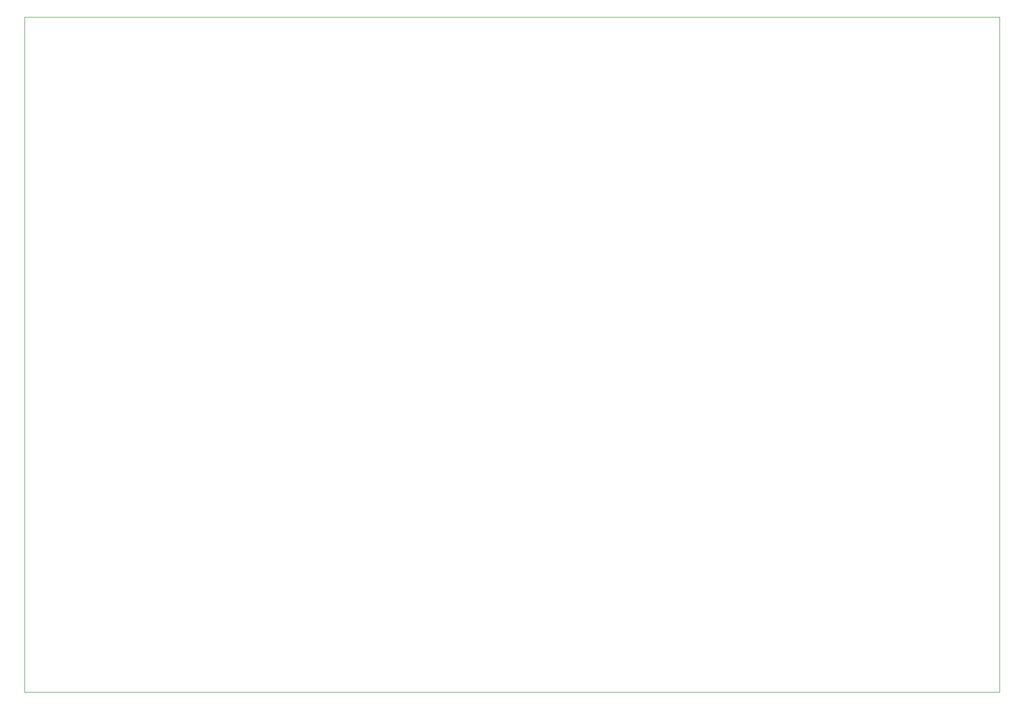
<source format=gm1>
%TF.GenerationSoftware,KiCad,Pcbnew,8.0.2*%
%TF.CreationDate,2024-05-30T20:46:21-07:00*%
%TF.ProjectId,DSP_TU,4453505f-5455-42e6-9b69-6361645f7063,B*%
%TF.SameCoordinates,Original*%
%TF.FileFunction,Profile,NP*%
%FSLAX46Y46*%
G04 Gerber Fmt 4.6, Leading zero omitted, Abs format (unit mm)*
G04 Created by KiCad (PCBNEW 8.0.2) date 2024-05-30 20:46:21*
%MOMM*%
%LPD*%
G01*
G04 APERTURE LIST*
%TA.AperFunction,Profile*%
%ADD10C,0.050000*%
%TD*%
G04 APERTURE END LIST*
D10*
X34036000Y-29210000D02*
X199136000Y-29210000D01*
X199136000Y-143510000D01*
X34036000Y-143510000D01*
X34036000Y-29210000D01*
M02*

</source>
